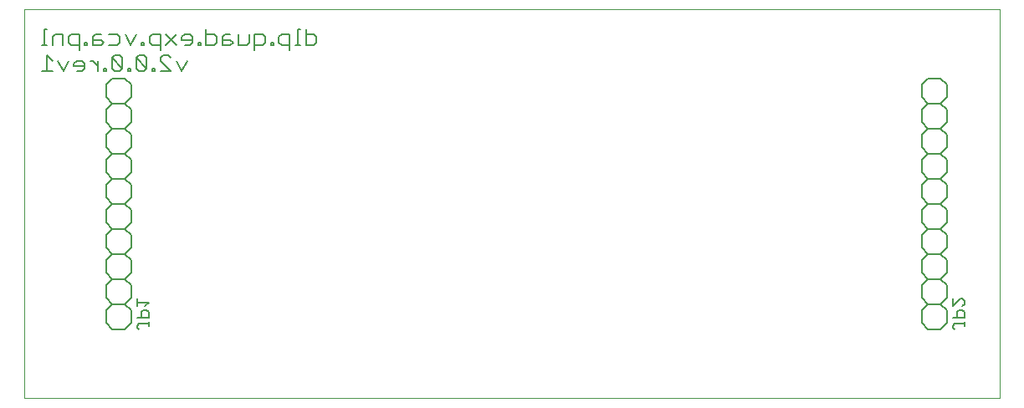
<source format=gbo>
G75*
%MOIN*%
%OFA0B0*%
%FSLAX25Y25*%
%IPPOS*%
%LPD*%
%AMOC8*
5,1,8,0,0,1.08239X$1,22.5*
%
%ADD10C,0.00000*%
%ADD11C,0.00600*%
%ADD12C,0.00500*%
D10*
X0001000Y0001000D02*
X0001000Y0155961D01*
X0389701Y0155961D01*
X0389701Y0001000D01*
X0001000Y0001000D01*
D11*
X0033500Y0031000D02*
X0036000Y0028500D01*
X0041000Y0028500D01*
X0043500Y0031000D01*
X0043500Y0036000D01*
X0041000Y0038500D01*
X0043500Y0041000D01*
X0043500Y0046000D01*
X0041000Y0048500D01*
X0036000Y0048500D01*
X0033500Y0046000D01*
X0033500Y0041000D01*
X0036000Y0038500D01*
X0033500Y0036000D01*
X0033500Y0031000D01*
X0036000Y0038500D02*
X0041000Y0038500D01*
X0041000Y0048500D02*
X0043500Y0051000D01*
X0043500Y0056000D01*
X0041000Y0058500D01*
X0043500Y0061000D01*
X0043500Y0066000D01*
X0041000Y0068500D01*
X0043500Y0071000D01*
X0043500Y0076000D01*
X0041000Y0078500D01*
X0036000Y0078500D01*
X0033500Y0076000D01*
X0033500Y0071000D01*
X0036000Y0068500D01*
X0033500Y0066000D01*
X0033500Y0061000D01*
X0036000Y0058500D01*
X0033500Y0056000D01*
X0033500Y0051000D01*
X0036000Y0048500D01*
X0036000Y0058500D02*
X0041000Y0058500D01*
X0041000Y0068500D02*
X0036000Y0068500D01*
X0036000Y0078500D02*
X0033500Y0081000D01*
X0033500Y0086000D01*
X0036000Y0088500D01*
X0033500Y0091000D01*
X0033500Y0096000D01*
X0036000Y0098500D01*
X0033500Y0101000D01*
X0033500Y0106000D01*
X0036000Y0108500D01*
X0041000Y0108500D01*
X0043500Y0106000D01*
X0043500Y0101000D01*
X0041000Y0098500D01*
X0036000Y0098500D01*
X0041000Y0098500D02*
X0043500Y0096000D01*
X0043500Y0091000D01*
X0041000Y0088500D01*
X0036000Y0088500D01*
X0041000Y0088500D02*
X0043500Y0086000D01*
X0043500Y0081000D01*
X0041000Y0078500D01*
X0041000Y0108500D02*
X0043500Y0111000D01*
X0043500Y0116000D01*
X0041000Y0118500D01*
X0043500Y0121000D01*
X0043500Y0126000D01*
X0041000Y0128500D01*
X0036000Y0128500D01*
X0033500Y0126000D01*
X0033500Y0121000D01*
X0036000Y0118500D01*
X0033500Y0116000D01*
X0033500Y0111000D01*
X0036000Y0108500D01*
X0036000Y0118500D02*
X0041000Y0118500D01*
X0042231Y0131300D02*
X0043299Y0131300D01*
X0043299Y0132368D01*
X0042231Y0132368D01*
X0042231Y0131300D01*
X0040076Y0132368D02*
X0035806Y0136638D01*
X0035806Y0132368D01*
X0036873Y0131300D01*
X0039009Y0131300D01*
X0040076Y0132368D01*
X0040076Y0136638D01*
X0039009Y0137705D01*
X0036873Y0137705D01*
X0035806Y0136638D01*
X0030408Y0135570D02*
X0030408Y0131300D01*
X0032563Y0131300D02*
X0032563Y0132368D01*
X0033631Y0132368D01*
X0033631Y0131300D01*
X0032563Y0131300D01*
X0030408Y0133435D02*
X0028273Y0135570D01*
X0027205Y0135570D01*
X0025037Y0134503D02*
X0023969Y0135570D01*
X0021834Y0135570D01*
X0020766Y0134503D01*
X0020766Y0133435D01*
X0025037Y0133435D01*
X0025037Y0132368D02*
X0025037Y0134503D01*
X0025037Y0132368D02*
X0023969Y0131300D01*
X0021834Y0131300D01*
X0018591Y0135570D02*
X0016456Y0131300D01*
X0014321Y0135570D01*
X0012146Y0135570D02*
X0010010Y0137705D01*
X0010010Y0131300D01*
X0007875Y0131300D02*
X0012146Y0131300D01*
X0022888Y0139665D02*
X0022888Y0146070D01*
X0019685Y0146070D01*
X0018618Y0145003D01*
X0018618Y0142868D01*
X0019685Y0141800D01*
X0022888Y0141800D01*
X0025043Y0141800D02*
X0025043Y0142868D01*
X0026111Y0142868D01*
X0026111Y0141800D01*
X0025043Y0141800D01*
X0028286Y0141800D02*
X0031489Y0141800D01*
X0032556Y0142868D01*
X0031489Y0143935D01*
X0028286Y0143935D01*
X0028286Y0145003D02*
X0028286Y0141800D01*
X0034732Y0141800D02*
X0037934Y0141800D01*
X0039002Y0142868D01*
X0039002Y0145003D01*
X0037934Y0146070D01*
X0034732Y0146070D01*
X0031489Y0146070D02*
X0029354Y0146070D01*
X0028286Y0145003D01*
X0016443Y0146070D02*
X0016443Y0141800D01*
X0012172Y0141800D02*
X0012172Y0145003D01*
X0013240Y0146070D01*
X0016443Y0146070D01*
X0009997Y0148205D02*
X0008930Y0148205D01*
X0008930Y0141800D01*
X0009997Y0141800D02*
X0007862Y0141800D01*
X0041177Y0146070D02*
X0043312Y0141800D01*
X0045447Y0146070D01*
X0047603Y0142868D02*
X0047603Y0141800D01*
X0048670Y0141800D01*
X0048670Y0142868D01*
X0047603Y0142868D01*
X0050845Y0142868D02*
X0051913Y0141800D01*
X0055116Y0141800D01*
X0057291Y0141800D02*
X0061561Y0146070D01*
X0063736Y0145003D02*
X0063736Y0143935D01*
X0068007Y0143935D01*
X0068007Y0142868D02*
X0068007Y0145003D01*
X0066939Y0146070D01*
X0064804Y0146070D01*
X0063736Y0145003D01*
X0066939Y0141800D02*
X0068007Y0142868D01*
X0066939Y0141800D02*
X0064804Y0141800D01*
X0061561Y0141800D02*
X0057291Y0146070D01*
X0055116Y0146070D02*
X0051913Y0146070D01*
X0050845Y0145003D01*
X0050845Y0142868D01*
X0055116Y0139665D02*
X0055116Y0146070D01*
X0070162Y0142868D02*
X0070162Y0141800D01*
X0071229Y0141800D01*
X0071229Y0142868D01*
X0070162Y0142868D01*
X0073405Y0141800D02*
X0076607Y0141800D01*
X0077675Y0142868D01*
X0077675Y0145003D01*
X0076607Y0146070D01*
X0073405Y0146070D01*
X0073405Y0148205D02*
X0073405Y0141800D01*
X0079850Y0141800D02*
X0079850Y0145003D01*
X0080918Y0146070D01*
X0083053Y0146070D01*
X0086296Y0146070D02*
X0086296Y0141800D01*
X0089498Y0141800D01*
X0090566Y0142868D01*
X0090566Y0146070D01*
X0092741Y0146070D02*
X0095944Y0146070D01*
X0097011Y0145003D01*
X0097011Y0142868D01*
X0095944Y0141800D01*
X0092741Y0141800D01*
X0092741Y0139665D02*
X0092741Y0146070D01*
X0099167Y0142868D02*
X0099167Y0141800D01*
X0100234Y0141800D01*
X0100234Y0142868D01*
X0099167Y0142868D01*
X0102409Y0142868D02*
X0103477Y0141800D01*
X0106680Y0141800D01*
X0108841Y0141800D02*
X0110977Y0141800D01*
X0109909Y0141800D02*
X0109909Y0148205D01*
X0110977Y0148205D01*
X0113152Y0148205D02*
X0113152Y0141800D01*
X0116355Y0141800D01*
X0117422Y0142868D01*
X0117422Y0145003D01*
X0116355Y0146070D01*
X0113152Y0146070D01*
X0106680Y0146070D02*
X0103477Y0146070D01*
X0102409Y0145003D01*
X0102409Y0142868D01*
X0106680Y0139665D02*
X0106680Y0146070D01*
X0084120Y0142868D02*
X0083053Y0141800D01*
X0079850Y0141800D01*
X0079850Y0143935D02*
X0083053Y0143935D01*
X0084120Y0142868D01*
X0065858Y0135570D02*
X0063723Y0131300D01*
X0061588Y0135570D01*
X0059413Y0136638D02*
X0058345Y0137705D01*
X0056210Y0137705D01*
X0055142Y0136638D01*
X0055142Y0135570D01*
X0059413Y0131300D01*
X0055142Y0131300D01*
X0052967Y0131300D02*
X0052967Y0132368D01*
X0051900Y0132368D01*
X0051900Y0131300D01*
X0052967Y0131300D01*
X0049744Y0132368D02*
X0045474Y0136638D01*
X0045474Y0132368D01*
X0046542Y0131300D01*
X0048677Y0131300D01*
X0049744Y0132368D01*
X0049744Y0136638D01*
X0048677Y0137705D01*
X0046542Y0137705D01*
X0045474Y0136638D01*
X0358500Y0126000D02*
X0358500Y0121000D01*
X0361000Y0118500D01*
X0358500Y0116000D01*
X0358500Y0111000D01*
X0361000Y0108500D01*
X0358500Y0106000D01*
X0358500Y0101000D01*
X0361000Y0098500D01*
X0358500Y0096000D01*
X0358500Y0091000D01*
X0361000Y0088500D01*
X0358500Y0086000D01*
X0358500Y0081000D01*
X0361000Y0078500D01*
X0358500Y0076000D01*
X0358500Y0071000D01*
X0361000Y0068500D01*
X0358500Y0066000D01*
X0358500Y0061000D01*
X0361000Y0058500D01*
X0358500Y0056000D01*
X0358500Y0051000D01*
X0361000Y0048500D01*
X0358500Y0046000D01*
X0358500Y0041000D01*
X0361000Y0038500D01*
X0358500Y0036000D01*
X0358500Y0031000D01*
X0361000Y0028500D01*
X0366000Y0028500D01*
X0368500Y0031000D01*
X0368500Y0036000D01*
X0366000Y0038500D01*
X0368500Y0041000D01*
X0368500Y0046000D01*
X0366000Y0048500D01*
X0361000Y0048500D01*
X0366000Y0048500D02*
X0368500Y0051000D01*
X0368500Y0056000D01*
X0366000Y0058500D01*
X0368500Y0061000D01*
X0368500Y0066000D01*
X0366000Y0068500D01*
X0368500Y0071000D01*
X0368500Y0076000D01*
X0366000Y0078500D01*
X0361000Y0078500D01*
X0366000Y0078500D02*
X0368500Y0081000D01*
X0368500Y0086000D01*
X0366000Y0088500D01*
X0368500Y0091000D01*
X0368500Y0096000D01*
X0366000Y0098500D01*
X0368500Y0101000D01*
X0368500Y0106000D01*
X0366000Y0108500D01*
X0361000Y0108500D01*
X0366000Y0108500D02*
X0368500Y0111000D01*
X0368500Y0116000D01*
X0366000Y0118500D01*
X0368500Y0121000D01*
X0368500Y0126000D01*
X0366000Y0128500D01*
X0361000Y0128500D01*
X0358500Y0126000D01*
X0361000Y0118500D02*
X0366000Y0118500D01*
X0366000Y0098500D02*
X0361000Y0098500D01*
X0361000Y0088500D02*
X0366000Y0088500D01*
X0366000Y0068500D02*
X0361000Y0068500D01*
X0361000Y0058500D02*
X0366000Y0058500D01*
X0366000Y0038500D02*
X0361000Y0038500D01*
D12*
X0370950Y0037658D02*
X0373953Y0040660D01*
X0374703Y0040660D01*
X0375454Y0039910D01*
X0375454Y0038408D01*
X0374703Y0037658D01*
X0374703Y0036056D02*
X0373202Y0036056D01*
X0372451Y0035306D01*
X0372451Y0033054D01*
X0370950Y0033054D02*
X0375454Y0033054D01*
X0375454Y0035306D01*
X0374703Y0036056D01*
X0370950Y0037658D02*
X0370950Y0040660D01*
X0375454Y0031453D02*
X0375454Y0029951D01*
X0375454Y0030702D02*
X0371701Y0030702D01*
X0370950Y0029951D01*
X0370950Y0029201D01*
X0371701Y0028450D01*
X0050454Y0029951D02*
X0050454Y0031453D01*
X0050454Y0030702D02*
X0046701Y0030702D01*
X0045950Y0029951D01*
X0045950Y0029201D01*
X0046701Y0028450D01*
X0047451Y0033054D02*
X0047451Y0035306D01*
X0048202Y0036056D01*
X0049703Y0036056D01*
X0050454Y0035306D01*
X0050454Y0033054D01*
X0045950Y0033054D01*
X0045950Y0037658D02*
X0045950Y0040660D01*
X0045950Y0039159D02*
X0050454Y0039159D01*
X0048953Y0037658D01*
M02*

</source>
